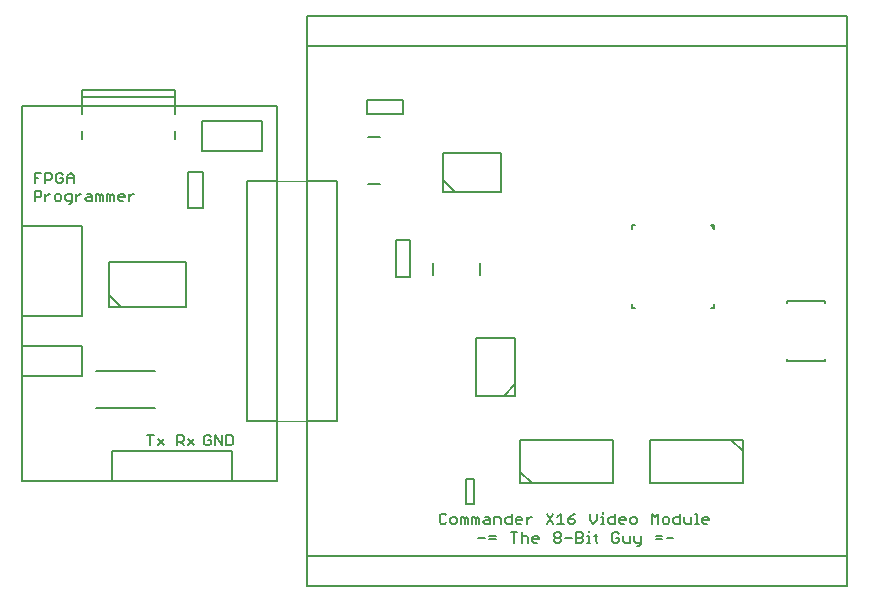
<source format=gto>
G75*
%MOMM*%
%OFA0B0*%
%FSLAX33Y33*%
%IPPOS*%
%LPD*%
%AMOC8*
5,1,8,0,0,1.08239X$1,22.5*
%
%ADD10C,0.000*%
%ADD11C,0.152*%
%ADD12C,0.200*%
D10*
X00354Y09244D02*
X21944Y09244D01*
X21944Y14324D01*
X24484Y14324D01*
X24484Y00354D01*
X70204Y00354D01*
X70204Y48614D01*
X24484Y48614D01*
X24484Y34644D01*
X21944Y34644D01*
X21944Y40994D01*
X00354Y40994D01*
X00354Y09244D01*
D11*
X10939Y13063D02*
X11505Y13063D01*
X11222Y13063D02*
X11222Y12214D01*
X11860Y12214D02*
X12426Y12780D01*
X11860Y12780D02*
X12426Y12214D01*
X13479Y12214D02*
X13479Y13063D01*
X13904Y13063D01*
X14045Y12921D01*
X14045Y12638D01*
X13904Y12497D01*
X13479Y12497D01*
X13762Y12497D02*
X14045Y12214D01*
X14400Y12214D02*
X14966Y12780D01*
X14400Y12780D02*
X14966Y12214D01*
X15813Y12356D02*
X15954Y12214D01*
X16237Y12214D01*
X16379Y12356D01*
X16379Y12638D01*
X16096Y12638D01*
X15813Y12356D02*
X15813Y12921D01*
X15954Y13063D01*
X16237Y13063D01*
X16379Y12921D01*
X16734Y13063D02*
X17299Y12214D01*
X17299Y13063D01*
X17655Y13063D02*
X18079Y13063D01*
X18220Y12921D01*
X18220Y12356D01*
X18079Y12214D01*
X17655Y12214D01*
X17655Y13063D01*
X16734Y13063D02*
X16734Y12214D01*
X35722Y06287D02*
X35722Y05722D01*
X35863Y05580D01*
X36146Y05580D01*
X36287Y05722D01*
X36642Y05722D02*
X36784Y05580D01*
X37067Y05580D01*
X37208Y05722D01*
X37208Y06004D01*
X37067Y06146D01*
X36784Y06146D01*
X36642Y06004D01*
X36642Y05722D01*
X36287Y06287D02*
X36146Y06429D01*
X35863Y06429D01*
X35722Y06287D01*
X37563Y06146D02*
X37563Y05580D01*
X37846Y05580D02*
X37846Y06004D01*
X37987Y06146D01*
X38129Y06004D01*
X38129Y05580D01*
X38484Y05580D02*
X38484Y06146D01*
X38625Y06146D01*
X38767Y06004D01*
X38908Y06146D01*
X39050Y06004D01*
X39050Y05580D01*
X38767Y05580D02*
X38767Y06004D01*
X39405Y05722D02*
X39546Y05863D01*
X39970Y05863D01*
X39970Y06004D02*
X39970Y05580D01*
X39546Y05580D01*
X39405Y05722D01*
X39546Y06146D02*
X39829Y06146D01*
X39970Y06004D01*
X40326Y06146D02*
X40326Y05580D01*
X40891Y05580D02*
X40891Y06004D01*
X40750Y06146D01*
X40326Y06146D01*
X41246Y06004D02*
X41246Y05722D01*
X41388Y05580D01*
X41812Y05580D01*
X41812Y06429D01*
X41812Y06146D02*
X41388Y06146D01*
X41246Y06004D01*
X42167Y06004D02*
X42167Y05722D01*
X42309Y05580D01*
X42591Y05580D01*
X42733Y05863D02*
X42167Y05863D01*
X42167Y06004D02*
X42309Y06146D01*
X42591Y06146D01*
X42733Y06004D01*
X42733Y05863D01*
X43088Y05863D02*
X43371Y06146D01*
X43512Y06146D01*
X43088Y06146D02*
X43088Y05580D01*
X42663Y04843D02*
X42663Y03994D01*
X42663Y04418D02*
X42804Y04560D01*
X43087Y04560D01*
X43228Y04418D01*
X43228Y03994D01*
X43584Y04136D02*
X43584Y04418D01*
X43725Y04560D01*
X44008Y04560D01*
X44149Y04418D01*
X44149Y04277D01*
X43584Y04277D01*
X43584Y04136D02*
X43725Y03994D01*
X44008Y03994D01*
X45425Y04136D02*
X45425Y04277D01*
X45567Y04418D01*
X45849Y04418D01*
X45991Y04277D01*
X45991Y04136D01*
X45849Y03994D01*
X45567Y03994D01*
X45425Y04136D01*
X45567Y04418D02*
X45425Y04560D01*
X45425Y04701D01*
X45567Y04843D01*
X45849Y04843D01*
X45991Y04701D01*
X45991Y04560D01*
X45849Y04418D01*
X46346Y04418D02*
X46911Y04418D01*
X47267Y04418D02*
X47691Y04418D01*
X47832Y04277D01*
X47832Y04136D01*
X47691Y03994D01*
X47267Y03994D01*
X47267Y04843D01*
X47691Y04843D01*
X47832Y04701D01*
X47832Y04560D01*
X47691Y04418D01*
X48187Y04560D02*
X48329Y04560D01*
X48329Y03994D01*
X48470Y03994D02*
X48187Y03994D01*
X48943Y04136D02*
X48943Y04701D01*
X49084Y04560D02*
X48801Y04560D01*
X48943Y04136D02*
X49084Y03994D01*
X48329Y04843D02*
X48329Y04984D01*
X48742Y05580D02*
X48459Y05863D01*
X48459Y06429D01*
X49025Y06429D02*
X49025Y05863D01*
X48742Y05580D01*
X49380Y05580D02*
X49663Y05580D01*
X49521Y05580D02*
X49521Y06146D01*
X49380Y06146D01*
X49521Y06429D02*
X49521Y06570D01*
X49994Y06004D02*
X50135Y06146D01*
X50559Y06146D01*
X50559Y06429D02*
X50559Y05580D01*
X50135Y05580D01*
X49994Y05722D01*
X49994Y06004D01*
X50915Y06004D02*
X50915Y05722D01*
X51056Y05580D01*
X51339Y05580D01*
X51480Y05863D02*
X50915Y05863D01*
X50915Y06004D02*
X51056Y06146D01*
X51339Y06146D01*
X51480Y06004D01*
X51480Y05863D01*
X51835Y06004D02*
X51835Y05722D01*
X51977Y05580D01*
X52260Y05580D01*
X52401Y05722D01*
X52401Y06004D01*
X52260Y06146D01*
X51977Y06146D01*
X51835Y06004D01*
X51822Y04560D02*
X51822Y03994D01*
X51398Y03994D01*
X51257Y04136D01*
X51257Y04560D01*
X50902Y04701D02*
X50760Y04843D01*
X50477Y04843D01*
X50336Y04701D01*
X50336Y04136D01*
X50477Y03994D01*
X50760Y03994D01*
X50902Y04136D01*
X50902Y04418D01*
X50619Y04418D01*
X52178Y04560D02*
X52178Y04136D01*
X52319Y03994D01*
X52743Y03994D01*
X52743Y03853D02*
X52602Y03711D01*
X52460Y03711D01*
X52743Y03853D02*
X52743Y04560D01*
X54019Y04560D02*
X54585Y04560D01*
X54585Y04277D02*
X54019Y04277D01*
X54940Y04418D02*
X55505Y04418D01*
X55660Y05580D02*
X55518Y05722D01*
X55518Y06004D01*
X55660Y06146D01*
X56084Y06146D01*
X56084Y06429D02*
X56084Y05580D01*
X55660Y05580D01*
X55163Y05722D02*
X55163Y06004D01*
X55022Y06146D01*
X54739Y06146D01*
X54598Y06004D01*
X54598Y05722D01*
X54739Y05580D01*
X55022Y05580D01*
X55163Y05722D01*
X56439Y05722D02*
X56439Y06146D01*
X56439Y05722D02*
X56581Y05580D01*
X57005Y05580D01*
X57005Y06146D01*
X57360Y06429D02*
X57501Y06429D01*
X57501Y05580D01*
X57360Y05580D02*
X57643Y05580D01*
X57974Y05722D02*
X57974Y06004D01*
X58115Y06146D01*
X58398Y06146D01*
X58539Y06004D01*
X58539Y05863D01*
X57974Y05863D01*
X57974Y05722D02*
X58115Y05580D01*
X58398Y05580D01*
X54242Y05580D02*
X54242Y06429D01*
X53960Y06146D01*
X53677Y06429D01*
X53677Y05580D01*
X47183Y05722D02*
X47183Y05863D01*
X47042Y06004D01*
X46618Y06004D01*
X46618Y05722D01*
X46759Y05580D01*
X47042Y05580D01*
X47183Y05722D01*
X46900Y06287D02*
X46618Y06004D01*
X46900Y06287D02*
X47183Y06429D01*
X45980Y06429D02*
X45980Y05580D01*
X46262Y05580D02*
X45697Y05580D01*
X45342Y05580D02*
X44776Y06429D01*
X45342Y06429D02*
X44776Y05580D01*
X45697Y06146D02*
X45980Y06429D01*
X42308Y04843D02*
X41742Y04843D01*
X42025Y04843D02*
X42025Y03994D01*
X40466Y04277D02*
X39900Y04277D01*
X39900Y04560D02*
X40466Y04560D01*
X39545Y04418D02*
X38980Y04418D01*
X37846Y06004D02*
X37705Y06146D01*
X37563Y06146D01*
X04605Y32789D02*
X04605Y33496D01*
X04180Y33496D01*
X04039Y33354D01*
X04039Y33072D01*
X04180Y32930D01*
X04605Y32930D01*
X04605Y32789D02*
X04463Y32647D01*
X04322Y32647D01*
X04960Y32930D02*
X04960Y33496D01*
X05243Y33496D02*
X05384Y33496D01*
X05243Y33496D02*
X04960Y33213D01*
X05727Y33072D02*
X05869Y33213D01*
X06293Y33213D01*
X06293Y33354D02*
X06293Y32930D01*
X05869Y32930D01*
X05727Y33072D01*
X05869Y33496D02*
X06151Y33496D01*
X06293Y33354D01*
X06648Y33496D02*
X06648Y32930D01*
X06931Y32930D02*
X06931Y33354D01*
X07072Y33496D01*
X07214Y33354D01*
X07214Y32930D01*
X07569Y32930D02*
X07569Y33496D01*
X07710Y33496D01*
X07852Y33354D01*
X07993Y33496D01*
X08134Y33354D01*
X08134Y32930D01*
X07852Y32930D02*
X07852Y33354D01*
X08490Y33354D02*
X08490Y33072D01*
X08631Y32930D01*
X08914Y32930D01*
X09055Y33213D02*
X08490Y33213D01*
X08490Y33354D02*
X08631Y33496D01*
X08914Y33496D01*
X09055Y33354D01*
X09055Y33213D01*
X09410Y33213D02*
X09693Y33496D01*
X09834Y33496D01*
X09410Y33496D02*
X09410Y32930D01*
X06931Y33354D02*
X06789Y33496D01*
X06648Y33496D01*
X04758Y34430D02*
X04758Y34996D01*
X04475Y35279D01*
X04193Y34996D01*
X04193Y34430D01*
X03837Y34572D02*
X03837Y34854D01*
X03555Y34854D01*
X03837Y34572D02*
X03696Y34430D01*
X03413Y34430D01*
X03272Y34572D01*
X03272Y35137D01*
X03413Y35279D01*
X03696Y35279D01*
X03837Y35137D01*
X04193Y34854D02*
X04758Y34854D01*
X02917Y34854D02*
X02775Y34713D01*
X02351Y34713D01*
X02351Y34430D02*
X02351Y35279D01*
X02775Y35279D01*
X02917Y35137D01*
X02917Y34854D01*
X01996Y35279D02*
X01430Y35279D01*
X01430Y34430D01*
X01430Y34854D02*
X01713Y34854D01*
X01854Y33779D02*
X01996Y33637D01*
X01996Y33354D01*
X01854Y33213D01*
X01430Y33213D01*
X01430Y32930D02*
X01430Y33779D01*
X01854Y33779D01*
X02351Y33496D02*
X02351Y32930D01*
X02351Y33213D02*
X02634Y33496D01*
X02775Y33496D01*
X03118Y33354D02*
X03118Y33072D01*
X03260Y32930D01*
X03542Y32930D01*
X03684Y33072D01*
X03684Y33354D01*
X03542Y33496D01*
X03260Y33496D01*
X03118Y33354D01*
D12*
X00354Y40994D02*
X00354Y09244D01*
X21944Y09244D01*
X21944Y40994D01*
X00354Y40994D01*
X05424Y40294D02*
X05424Y42294D01*
X13284Y42294D01*
X13284Y40294D01*
X13284Y41694D02*
X05424Y41694D01*
X05424Y38794D02*
X05424Y38144D01*
X13284Y38144D02*
X13284Y38794D01*
X15594Y39724D02*
X15594Y37184D01*
X20674Y37184D01*
X20674Y39724D01*
X15594Y39724D01*
X15654Y35404D02*
X14454Y35404D01*
X14454Y32304D01*
X15654Y32304D01*
X15654Y35404D01*
X19404Y34644D02*
X19404Y14324D01*
X21944Y14324D01*
X21944Y34644D01*
X19404Y34644D01*
X24484Y34644D02*
X24484Y14324D01*
X27024Y14324D01*
X27024Y34644D01*
X24484Y34644D01*
X29684Y34354D02*
X30684Y34354D01*
X30684Y38354D02*
X29684Y38354D01*
X29534Y40254D02*
X29534Y41454D01*
X32634Y41454D01*
X32634Y40254D01*
X29534Y40254D01*
X36034Y37004D02*
X36034Y34704D01*
X37034Y33704D01*
X36034Y33704D01*
X36034Y34704D01*
X37034Y33704D02*
X40934Y33704D01*
X40934Y37004D01*
X36034Y37004D01*
X33234Y29604D02*
X32034Y29604D01*
X32034Y26504D01*
X33234Y26504D01*
X33234Y29604D01*
X35134Y27654D02*
X35134Y26654D01*
X39134Y26654D02*
X39134Y27654D01*
X38834Y21304D02*
X42134Y21304D01*
X42134Y17404D01*
X41134Y16404D01*
X38834Y16404D01*
X38834Y21304D01*
X42134Y17404D02*
X42134Y16404D01*
X41134Y16404D01*
X42534Y12704D02*
X42534Y10004D01*
X43534Y09004D01*
X42534Y09004D01*
X42534Y10004D01*
X43534Y09004D02*
X50434Y09004D01*
X50434Y12704D01*
X42534Y12704D01*
X38609Y09379D02*
X37959Y09379D01*
X37959Y07229D01*
X38609Y07229D01*
X38609Y09379D01*
X24484Y02894D02*
X24484Y00354D01*
X70204Y00354D01*
X70204Y02894D01*
X24484Y02894D01*
X24484Y00354D02*
X24484Y48614D01*
X70204Y48614D01*
X70204Y46074D01*
X24484Y46074D01*
X24484Y48614D01*
X70204Y48614D01*
X70204Y00354D01*
X24484Y00354D01*
X18134Y09244D02*
X07974Y09244D01*
X07974Y11784D01*
X18134Y11784D01*
X18134Y09244D01*
X11604Y15354D02*
X06604Y15354D01*
X05434Y18134D02*
X00354Y18134D01*
X00354Y20674D01*
X05434Y20674D01*
X05434Y18134D01*
X06604Y18554D02*
X11604Y18554D01*
X05434Y23214D02*
X00354Y23214D01*
X00354Y30834D01*
X05434Y30834D01*
X05434Y23214D01*
X07754Y23954D02*
X07754Y24954D01*
X08754Y23954D01*
X07754Y23954D01*
X07754Y24954D02*
X07754Y27754D01*
X14254Y27754D01*
X14254Y23954D01*
X08754Y23954D01*
X51984Y23854D02*
X51984Y24154D01*
X51984Y23854D02*
X52284Y23854D01*
X58684Y23854D02*
X58984Y23854D01*
X58984Y24154D01*
X65133Y24304D02*
X65133Y24404D01*
X68333Y24404D01*
X68333Y24304D01*
X68333Y19504D02*
X68333Y19404D01*
X65133Y19404D01*
X65133Y19504D01*
X61434Y12704D02*
X60434Y12704D01*
X61434Y11704D01*
X61434Y09004D01*
X53534Y09004D01*
X53534Y12704D01*
X60434Y12704D01*
X61434Y12704D02*
X61434Y11704D01*
X58984Y30554D02*
X58684Y30854D01*
X58984Y30854D01*
X58984Y30554D01*
X52284Y30854D02*
X51984Y30854D01*
X51984Y30554D01*
M02*

</source>
